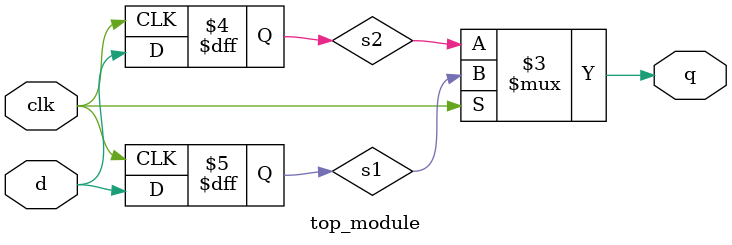
<source format=v>

module top_module (
    input clk,
    input d,
    output q
);
    reg s1, s2;

    always@(posedge clk)begin
        s1 <= d;
    end


    always@(negedge clk)begin
        s2 <= d;
    end

    assign q = clk ? s1 : s2;

endmodule


</source>
